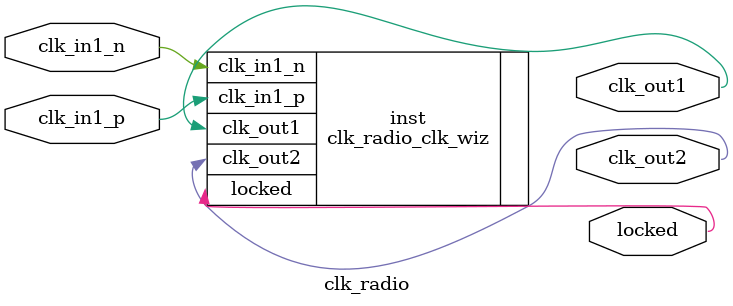
<source format=v>


`timescale 1ps/1ps

(* CORE_GENERATION_INFO = "clk_radio,clk_wiz_v6_0_4_0_0,{component_name=clk_radio,use_phase_alignment=false,use_min_o_jitter=true,use_max_i_jitter=false,use_dyn_phase_shift=false,use_inclk_switchover=false,use_dyn_reconfig=false,enable_axi=0,feedback_source=FDBK_AUTO,PRIMITIVE=MMCM,num_out_clk=2,clkin1_period=8.000,clkin2_period=10.000,use_power_down=false,use_reset=false,use_locked=true,use_inclk_stopped=false,feedback_type=SINGLE,CLOCK_MGR_TYPE=NA,manual_override=false}" *)

module clk_radio 
 (
  // Clock out ports
  output        clk_out1,
  output        clk_out2,
  // Status and control signals
  output        locked,
 // Clock in ports
  input         clk_in1_p,
  input         clk_in1_n
 );

  clk_radio_clk_wiz inst
  (
  // Clock out ports  
  .clk_out1(clk_out1),
  .clk_out2(clk_out2),
  // Status and control signals               
  .locked(locked),
 // Clock in ports
  .clk_in1_p(clk_in1_p),
  .clk_in1_n(clk_in1_n)
  );

endmodule

</source>
